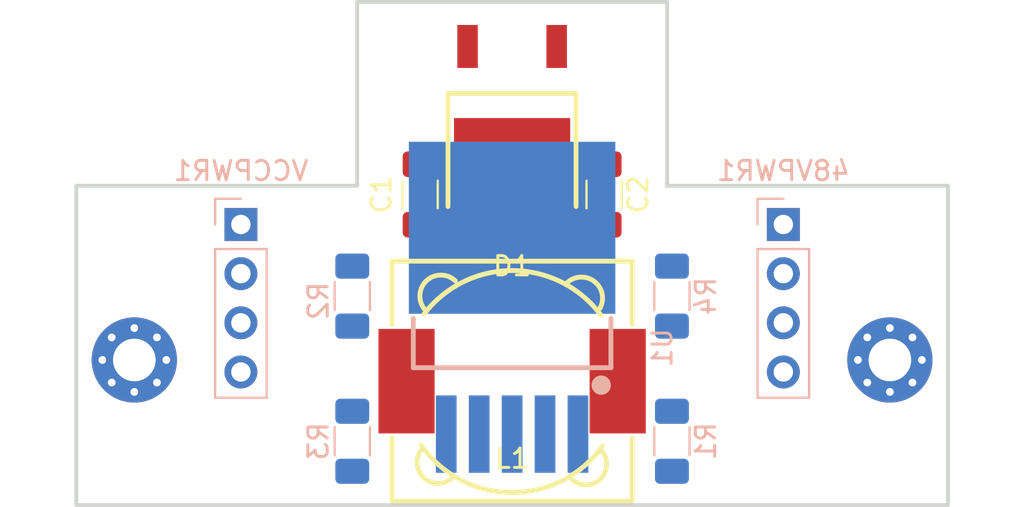
<source format=kicad_pcb>
(kicad_pcb (version 20240108) (generator "pcbnew") (generator_version "8.0")
  (layers (0 "F.Cu" signal) (31 "B.Cu" signal) (34 "B.Paste" user) (35 "F.Paste" user) (36 "B.SilkS" user "B.Silkscreen") (37 "F.SilkS" user "F.Silkscreen") (38 "B.Mask" user) (39 "F.Mask" user) (44 "Edge.Cuts" user))
  (net 0 "")
  (net 1 "VCC")
  (net 2 "GND")
  (net 3 "+48V")
  (net 4 "Net-(D1-A-Pad1)")
  (net 5 "Net-(U1-EN)")
  (net 6 "/FB")
  (footprint "Capacitor_SMD:C_1206_3216Metric_Pad1.33x1.80mm_HandSolder" (layer "F.Cu") (at -4.75 8.45 -90)
    (property "Reference" "C1" (at 0 2 90) (layer "F.SilkS"))
    (property "Value" "1uF")
    (fp_line (start -0.711252 0.91) (end 0.711252 0.91) (stroke (width 0.12)) (layer "F.SilkS"))
    (fp_line (start -0.711252 -0.91) (end 0.711252 -0.91) (stroke (width 0.12)) (layer "F.SilkS"))
    (pad "1" smd roundrect (at -1.5625 0 270) (size 1.325 1.8) (layers "F.Cu" "F.Paste" "F.Mask") (roundrect_rratio 0.188679) (net 2 "GND"))
    (pad "2" smd roundrect (at 1.5625 0 270) (size 1.325 1.8) (layers "F.Cu" "F.Paste" "F.Mask") (roundrect_rratio 0.188679) (net 1 "VCC"))
  )
  (footprint "MountingHole:MountingHole_2.2mm_M2_Pad_Via" (layer "F.Cu") (at 19.5 17)
    (property "Reference" "H2" (hide yes))
    (property "Value" "MountingHole_Pad")
    (pad "1" thru_hole circle (at -1.65 0) (size 0.7 0.7) (drill 0.4) (layers "*.Cu" "*.Mask"))
    (pad "1" thru_hole circle (at -1.166726 -1.166726) (size 0.7 0.7) (drill 0.4) (layers "*.Cu" "*.Mask"))
    (pad "1" thru_hole circle (at -1.166726 1.166726) (size 0.7 0.7) (drill 0.4) (layers "*.Cu" "*.Mask"))
    (pad "1" thru_hole circle (at 0 -1.65) (size 0.7 0.7) (drill 0.4) (layers "*.Cu" "*.Mask"))
    (pad "1" thru_hole circle (at 0 0) (size 4.4 4.4) (drill 2.2) (layers "*.Cu" "*.Mask"))
    (pad "1" thru_hole circle (at 0 1.65) (size 0.7 0.7) (drill 0.4) (layers "*.Cu" "*.Mask"))
    (pad "1" thru_hole circle (at 1.166726 -1.166726) (size 0.7 0.7) (drill 0.4) (layers "*.Cu" "*.Mask"))
    (pad "1" thru_hole circle (at 1.166726 1.166726) (size 0.7 0.7) (drill 0.4) (layers "*.Cu" "*.Mask"))
    (pad "1" thru_hole circle (at 1.65 0) (size 0.7 0.7) (drill 0.4) (layers "*.Cu" "*.Mask"))
  )
  (footprint "Capacitor_SMD:C_1206_3216Metric_Pad1.33x1.80mm_HandSolder" (layer "F.Cu") (at 4.75 8.45 90)
    (property "Reference" "C2" (at 0 1.75 90) (layer "F.SilkS"))
    (property "Value" "1uF")
    (fp_line (start -0.711252 -0.91) (end 0.711252 -0.91) (stroke (width 0.12)) (layer "F.SilkS"))
    (fp_line (start -0.711252 0.91) (end 0.711252 0.91) (stroke (width 0.12)) (layer "F.SilkS"))
    (pad "1" smd roundrect (at -1.5625 0 90) (size 1.325 1.8) (layers "F.Cu" "F.Paste" "F.Mask") (roundrect_rratio 0.188679) (net 3 "+48V"))
    (pad "2" smd roundrect (at 1.5625 0 90) (size 1.325 1.8) (layers "F.Cu" "F.Paste" "F.Mask") (roundrect_rratio 0.188679) (net 2 "GND"))
  )
  (footprint "EasyEDA:TO-252-3_L6.5-W5.9-P4.60-LS10.0-BL" (layer "F.Cu") (at 0 4.4 180)
    (property "Reference" "D1" (at 0 -7.75 0) (layer "F.SilkS"))
    (property "Value" "MBRD1045")
    (fp_line (start 3.31 1.17) (end 3.31 -4.67) (stroke (width 0.25)) (layer "F.SilkS"))
    (fp_line (start -3.3 1.17) (end 3.31 1.17) (stroke (width 0.25)) (layer "F.SilkS"))
    (fp_line (start -3.3 -4.67) (end -3.3 1.17) (stroke (width 0.25)) (layer "F.SilkS"))
    (pad "1" smd rect (at -2.3 3.6 270) (size 2.22 1.06) (layers "F.Cu" "F.Paste" "F.Mask") (net 4 "Net-(D1-A-Pad1)"))
    (pad "2" smd rect (at 0 -3.6 180) (size 6 7) (layers "F.Cu" "F.Paste" "F.Mask") (net 3 "+48V"))
    (pad "3" smd rect (at 2.3 3.6 270) (size 2.22 1.06) (layers "F.Cu" "F.Paste" "F.Mask") (net 4 "Net-(D1-A-Pad1)"))
  )
  (footprint "EasyEDA:IND-SMD_L12.3-W12.3" (layer "F.Cu") (at 0 18.095 180)
    (property "Reference" "L1" (at 0 -4 0) (layer "F.SilkS"))
    (property "Value" "SMDRI127-470MT")
    (fp_line (start 6.2 6.2) (end 6.2 2.93) (stroke (width 0.25)) (layer "F.SilkS"))
    (fp_line (start 6.2 -2.93) (end 6.2 -6.2) (stroke (width 0.25)) (layer "F.SilkS"))
    (fp_line (start -6.2 6.2) (end 6.2 6.2) (stroke (width 0.25)) (layer "F.SilkS"))
    (fp_line (start -6.2 2.93) (end -6.2 6.2) (stroke (width 0.25)) (layer "F.SilkS"))
    (fp_line (start -6.2 -6.2) (end 6.2 -6.2) (stroke (width 0.25)) (layer "F.SilkS"))
    (fp_line (start -6.2 -6.2) (end -6.2 -2.93) (stroke (width 0.25)) (layer "F.SilkS"))
    (fp_arc (start 4.55 3.46) (mid -0.036493 5.71601) (end -4.593807 3.401622) (stroke (width 0.25)) (layer "F.SilkS"))
    (fp_arc (start 4.499953 3.6939) (mid 4.423873 5.185846) (end 2.93 5.18) (stroke (width 0.25)) (layer "F.SilkS"))
    (fp_arc (start 3.086836 -4.998543) (mid 4.552024 -4.999588) (end 4.68 -3.54) (stroke (width 0.25)) (layer "F.SilkS"))
    (fp_arc (start -2.768116 5.014047) (mid -4.210815 5.176269) (end -4.53 3.76) (stroke (width 0.25)) (layer "F.SilkS"))
    (fp_arc (start -4.541273 -3.497112) (mid -4.60171 -5.000875) (end -3.1 -5.1) (stroke (width 0.25)) (layer "F.SilkS"))
    (fp_arc (start -4.67 -3.35) (mid 0.028307 -5.751402) (end 4.702706 -3.30379) (stroke (width 0.25)) (layer "F.SilkS"))
    (pad "1" smd rect (at -5.45 0 180) (size 2.9 5.4) (layers "F.Cu" "F.Paste" "F.Mask") (net 4 "Net-(D1-A-Pad1)"))
    (pad "2" smd rect (at 5.45 0 180) (size 2.9 5.4) (layers "F.Cu" "F.Paste" "F.Mask") (net 1 "VCC"))
  )
  (footprint "MountingHole:MountingHole_2.2mm_M2_Pad_Via" (layer "F.Cu") (at -19.5 17)
    (property "Reference" "H1" (hide yes))
    (property "Value" "MountingHole_Pad")
    (pad "1" thru_hole circle (at -1.65 0) (size 0.7 0.7) (drill 0.4) (layers "*.Cu" "*.Mask"))
    (pad "1" thru_hole circle (at -1.166726 -1.166726) (size 0.7 0.7) (drill 0.4) (layers "*.Cu" "*.Mask"))
    (pad "1" thru_hole circle (at -1.166726 1.166726) (size 0.7 0.7) (drill 0.4) (layers "*.Cu" "*.Mask"))
    (pad "1" thru_hole circle (at 0 -1.65) (size 0.7 0.7) (drill 0.4) (layers "*.Cu" "*.Mask"))
    (pad "1" thru_hole circle (at 0 0) (size 4.4 4.4) (drill 2.2) (layers "*.Cu" "*.Mask"))
    (pad "1" thru_hole circle (at 0 1.65) (size 0.7 0.7) (drill 0.4) (layers "*.Cu" "*.Mask"))
    (pad "1" thru_hole circle (at 1.166726 -1.166726) (size 0.7 0.7) (drill 0.4) (layers "*.Cu" "*.Mask"))
    (pad "1" thru_hole circle (at 1.166726 1.166726) (size 0.7 0.7) (drill 0.4) (layers "*.Cu" "*.Mask"))
    (pad "1" thru_hole circle (at 1.65 0) (size 0.7 0.7) (drill 0.4) (layers "*.Cu" "*.Mask"))
  )
  (footprint "Resistor_SMD:R_1206_3216Metric_Pad1.30x1.75mm_HandSolder" (layer "B.Cu") (at -8.25 21.2 -90)
    (property "Reference" "R3" (at 0 1.75 90) (layer "B.SilkS") (effects (justify mirror)))
    (property "Value" "2kR")
    (fp_line (start 0.727064 0.91) (end -0.727064 0.91) (stroke (width 0.12)) (layer "B.SilkS"))
    (fp_line (start 0.727064 -0.91) (end -0.727064 -0.91) (stroke (width 0.12)) (layer "B.SilkS"))
    (pad "1" smd roundrect (at -1.55 0 270) (size 1.3 1.75) (layers "B.Cu" "B.Paste" "B.Mask") (roundrect_rratio 0.192308) (net 6 "/FB"))
    (pad "2" smd roundrect (at 1.55 0 270) (size 1.3 1.75) (layers "B.Cu" "B.Paste" "B.Mask") (roundrect_rratio 0.192308) (net 2 "GND"))
  )
  (footprint "Resistor_SMD:R_1206_3216Metric_Pad1.30x1.75mm_HandSolder" (layer "B.Cu") (at 8.25 21.2 90)
    (property "Reference" "R1" (at 0 1.75 90) (layer "B.SilkS") (effects (justify mirror)))
    (property "Value" "10k")
    (fp_line (start 0.727064 -0.91) (end -0.727064 -0.91) (stroke (width 0.12)) (layer "B.SilkS"))
    (fp_line (start 0.727064 0.91) (end -0.727064 0.91) (stroke (width 0.12)) (layer "B.SilkS"))
    (pad "1" smd roundrect (at -1.55 0 90) (size 1.3 1.75) (layers "B.Cu" "B.Paste" "B.Mask") (roundrect_rratio 0.192308) (net 5 "Net-(U1-EN)"))
    (pad "2" smd roundrect (at 1.55 0 90) (size 1.3 1.75) (layers "B.Cu" "B.Paste" "B.Mask") (roundrect_rratio 0.192308) (net 1 "VCC"))
  )
  (footprint "Resistor_SMD:R_1206_3216Metric_Pad1.30x1.75mm_HandSolder" (layer "B.Cu") (at 8.25 13.7 -90)
    (property "Reference" "R4" (at 0 -1.75 90) (layer "B.SilkS") (effects (justify mirror)))
    (property "Value" "10kR")
    (fp_line (start 0.727064 0.91) (end -0.727064 0.91) (stroke (width 0.12)) (layer "B.SilkS"))
    (fp_line (start 0.727064 -0.91) (end -0.727064 -0.91) (stroke (width 0.12)) (layer "B.SilkS"))
    (pad "1" smd roundrect (at -1.55 0 270) (size 1.3 1.75) (layers "B.Cu" "B.Paste" "B.Mask") (roundrect_rratio 0.192308) (net 3 "+48V"))
    (pad "2" smd roundrect (at 1.55 0 270) (size 1.3 1.75) (layers "B.Cu" "B.Paste" "B.Mask") (roundrect_rratio 0.192308) (net 2 "GND"))
  )
  (footprint "Connector_PinSocket_2.54mm:PinSocket_1x04_P2.54mm_Vertical" (layer "B.Cu") (at -14 10 180)
    (property "Reference" "VCCPWR1" (at 0 2.77 0) (layer "B.SilkS") (effects (justify mirror)))
    (property "Value" "Conn_01x04")
    (fp_line (start 1.33 1.33) (end 0 1.33) (stroke (width 0.12)) (layer "B.SilkS"))
    (fp_line (start 1.33 0) (end 1.33 1.33) (stroke (width 0.12)) (layer "B.SilkS"))
    (fp_line (start 1.33 -1.27) (end -1.33 -1.27) (stroke (width 0.12)) (layer "B.SilkS"))
    (fp_line (start 1.33 -8.95) (end 1.33 -1.27) (stroke (width 0.12)) (layer "B.SilkS"))
    (fp_line (start 1.33 -8.95) (end -1.33 -8.95) (stroke (width 0.12)) (layer "B.SilkS"))
    (fp_line (start -1.33 -8.95) (end -1.33 -1.27) (stroke (width 0.12)) (layer "B.SilkS"))
    (pad "1" thru_hole rect (at 0 0 180) (size 1.7 1.7) (drill 1) (layers "*.Cu" "*.Mask") (net 1 "VCC"))
    (pad "2" thru_hole oval (at 0 -2.54 180) (size 1.7 1.7) (drill 1) (layers "*.Cu" "*.Mask") (net 1 "VCC"))
    (pad "3" thru_hole oval (at 0 -5.08 180) (size 1.7 1.7) (drill 1) (layers "*.Cu" "*.Mask") (net 2 "GND"))
    (pad "4" thru_hole oval (at 0 -7.62 180) (size 1.7 1.7) (drill 1) (layers "*.Cu" "*.Mask") (net 2 "GND"))
  )
  (footprint "Connector_PinSocket_2.54mm:PinSocket_1x04_P2.54mm_Vertical" (layer "B.Cu") (at 14 10 180)
    (property "Reference" "48VPWR1" (at 0 2.77 0) (layer "B.SilkS") (effects (justify mirror)))
    (property "Value" "Conn_01x04")
    (fp_line (start 1.33 1.33) (end 0 1.33) (stroke (width 0.12)) (layer "B.SilkS"))
    (fp_line (start 1.33 0) (end 1.33 1.33) (stroke (width 0.12)) (layer "B.SilkS"))
    (fp_line (start 1.33 -1.27) (end -1.33 -1.27) (stroke (width 0.12)) (layer "B.SilkS"))
    (fp_line (start 1.33 -8.95) (end 1.33 -1.27) (stroke (width 0.12)) (layer "B.SilkS"))
    (fp_line (start 1.33 -8.95) (end -1.33 -8.95) (stroke (width 0.12)) (layer "B.SilkS"))
    (fp_line (start -1.33 -8.95) (end -1.33 -1.27) (stroke (width 0.12)) (layer "B.SilkS"))
    (pad "1" thru_hole rect (at 0 0 180) (size 1.7 1.7) (drill 1) (layers "*.Cu" "*.Mask") (net 3 "+48V"))
    (pad "2" thru_hole oval (at 0 -2.54 180) (size 1.7 1.7) (drill 1) (layers "*.Cu" "*.Mask") (net 3 "+48V"))
    (pad "3" thru_hole oval (at 0 -5.08 180) (size 1.7 1.7) (drill 1) (layers "*.Cu" "*.Mask") (net 2 "GND"))
    (pad "4" thru_hole oval (at 0 -7.62 180) (size 1.7 1.7) (drill 1) (layers "*.Cu" "*.Mask") (net 2 "GND"))
  )
  (footprint "Resistor_SMD:R_1206_3216Metric_Pad1.30x1.75mm_HandSolder" (layer "B.Cu") (at -8.25 13.7 -90)
    (property "Reference" "R2" (at 0.25 1.75 90) (layer "B.SilkS") (effects (justify mirror)))
    (property "Value" "73.2kR")
    (fp_line (start 0.727064 0.91) (end -0.727064 0.91) (stroke (width 0.12)) (layer "B.SilkS"))
    (fp_line (start 0.727064 -0.91) (end -0.727064 -0.91) (stroke (width 0.12)) (layer "B.SilkS"))
    (pad "1" smd roundrect (at -1.55 0 270) (size 1.3 1.75) (layers "B.Cu" "B.Paste" "B.Mask") (roundrect_rratio 0.192308) (net 3 "+48V"))
    (pad "2" smd roundrect (at 1.55 0 270) (size 1.3 1.75) (layers "B.Cu" "B.Paste" "B.Mask") (roundrect_rratio 0.192308) (net 6 "/FB"))
  )
  (footprint "EasyEDA:TO-263-5_L10.2-W9.9-P1.70-LS14.4-TL" (layer "B.Cu") (at 0 15.5 90)
    (property "Reference" "U1" (at -0.87 7.75 90) (layer "B.SilkS") (effects (justify mirror)))
    (property "Value" "XL6019E1")
    (fp_line (start 0.65 -5.1) (end -1.9 -5.1) (stroke (width 0.25)) (layer "B.SilkS"))
    (fp_line (start -1.9 -5.1) (end -1.9 5.1) (stroke (width 0.25)) (layer "B.SilkS"))
    (fp_line (start 0.65 5.1) (end 0.6 5.1) (stroke (width 0.25)) (layer "B.SilkS"))
    (fp_line (start -1.9 5.1) (end 0.6 5.1) (stroke (width 0.25)) (layer "B.SilkS"))
    (fp_circle (center -2.8 4.6) (end -2.55 4.6) (stroke (width 0.5)) (fill none) (layer "B.SilkS"))
    (pad "1" smd rect (at -5.33 3.4 90) (size 4 1.07) (layers "B.Cu" "B.Paste" "B.Mask") (net 2 "GND"))
    (pad "2" smd rect (at -5.33 1.7 90) (size 4 1.07) (layers "B.Cu" "B.Paste" "B.Mask") (net 5 "Net-(U1-EN)"))
    (pad "3" smd rect (at -5.33 0 90) (size 4 1.07) (layers "B.Cu" "B.Paste" "B.Mask") (net 4 "Net-(D1-A-Pad1)"))
    (pad "4" smd rect (at -5.33 -1.7 90) (size 4 1.07) (layers "B.Cu" "B.Paste" "B.Mask") (net 1 "VCC"))
    (pad "5" smd rect (at -5.33 -3.4 90) (size 4 1.07) (layers "B.Cu" "B.Paste" "B.Mask") (net 6 "/FB"))
    (pad "6" smd rect (at 5.33 0 180) (size 10.66 8.89) (layers "B.Cu" "B.Paste" "B.Mask") (net 4 "Net-(D1-A-Pad1)"))
  )
  (gr_poly (pts (xy 22.5 24.5) (xy -22.5 24.5) (xy -22.5 8) (xy -8 8) (xy -8 -1.5) (xy 8 -1.5) (xy 8 8) (xy 22.5 8)) (stroke (width 0.2)) (fill none) (layer "Edge.Cuts"))
)
</source>
